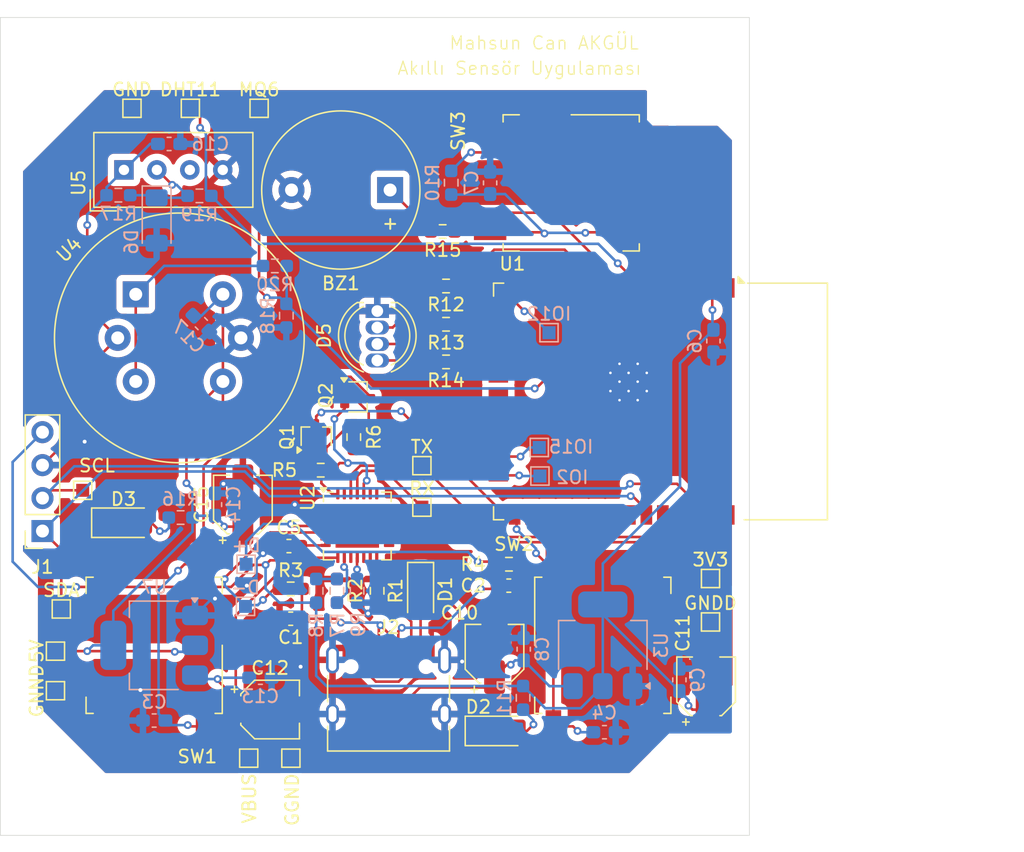
<source format=kicad_pcb>
(kicad_pcb (version 20241229) (generator "pcbnew") (generator_version "9.0")
  (layers (0 "F.Cu" signal) (2 "B.Cu" signal) (13 "F.Paste" user) (15 "B.Paste" user) (5 "F.SilkS" user "F.Silkscreen") (7 "B.SilkS" user "B.Silkscreen") (1 "F.Mask" user) (3 "B.Mask" user) (25 "Edge.Cuts" user))
  (net 0 "")
  (net 1 "Net-(BZ1-+)")
  (net 2 "GND")
  (net 3 "Net-(C1-Pad1)")
  (net 4 "Net-(C2-Pad1)")
  (net 5 "EN")
  (net 6 "IO0")
  (net 7 "+3.3V")
  (net 8 "Net-(SW3-A)")
  (net 9 "VBUS")
  (net 10 "+5V")
  (net 11 "Net-(D1-A)")
  (net 12 "Net-(D2-A)")
  (net 13 "Net-(D3-A)")
  (net 14 "Net-(D6-K)")
  (net 15 "OLED_SDA")
  (net 16 "OLED_SCL")
  (net 17 "Net-(J2-CC1)")
  (net 19 "Net-(J2-CC2)")
  (net 21 "Net-(Q1-B)")
  (net 22 "DTR")
  (net 23 "RTS")
  (net 24 "Net-(Q2-B)")
  (net 25 "D-")
  (net 26 "D+")
  (net 27 "Net-(U2-~{RST})")
  (net 28 "Net-(R7-Pad1)")
  (net 29 "Net-(U2-~{SUSPEND})")
  (net 30 "RED")
  (net 31 "GREEN")
  (net 32 "BLUE")
  (net 33 "BUZZER")
  (net 34 "MQ6")
  (net 35 "DHT11")
  (net 36 "Net-(U4-B1)")
  (net 37 "IO2")
  (net 38 "IO12")
  (net 39 "IO15")
  (net 40 "TX")
  (net 41 "RX")
  (net 78 "Net-(D5-BA)")
  (net 79 "Net-(D5-GA)")
  (net 80 "Net-(D5-RA)")
  (footprint "TestPoint:TestPoint_Pad_1.0x1.0mm" (layer "F.Cu") (at 123.3 108.3)
    (property "Reference" "SCL")
    (property "Value" "TestPoint")
  )
  (footprint "Sensor:Aosong_DHT11_5.5x12.0_P2.54mm" (layer "F.Cu") (at 126.48 83.6 90)
    (property "Reference" "U5")
    (property "Value" "DHT11")
  )
  (footprint "MountingHole:MountingHole_3.2mm_M3" (layer "F.Cu") (at 170.6 131.05 90)
    (property "Reference" "H4" (hide yes))
    (property "Value" "MountingHole")
  )
  (footprint "Connector_PinSocket_2.54mm:PinSocket_1x04_P2.54mm_Vertical" (layer "F.Cu") (at 120.2 111.44 180)
    (property "Reference" "J1")
    (property "Value" "OLED")
  )
  (footprint "Capacitor_SMD:CP_Elec_4x5.3" (layer "F.Cu") (at 171.3625 123.4125 90)
    (property "Reference" "C11")
    (property "Value" "1uF")
  )
  (footprint "Resistor_SMD:R_0603_1608Metric_Pad0.98x0.95mm_HandSolder" (layer "F.Cu") (at 142.9 116.05 -90)
    (property "Reference" "R2")
    (property "Value" "5.1K")
  )
  (footprint "Resistor_SMD:R_0603_1608Metric_Pad0.98x0.95mm_HandSolder" (layer "F.Cu") (at 144.2 104.1975 90)
    (property "Reference" "R6")
    (property "Value" "10K")
  )
  (footprint "TestPoint:TestPoint_Pad_1.0x1.0mm" (layer "F.Cu") (at 149.45 106.4)
    (property "Reference" "TX")
    (property "Value" "TestPoint")
  )
  (footprint "LED_THT:LED_D5.0mm-4_RGB" (layer "F.Cu") (at 146.0125 94.48 -90)
    (property "Reference" "D5")
    (property "Value" "LED_KRGB")
  )
  (footprint "Capacitor_SMD:CP_Elec_4x5.3" (layer "F.Cu") (at 137.75 125.2)
    (property "Reference" "C12")
    (property "Value" "1uF")
  )
  (footprint "Resistor_SMD:R_0603_1608Metric_Pad0.98x0.95mm_HandSolder" (layer "F.Cu") (at 156.1625 114)
    (property "Reference" "R4")
    (property "Value" "27R")
  )
  (footprint "LED_SMD:LED_1206_3216Metric_Pad1.42x1.75mm_HandSolder" (layer "F.Cu") (at 155.25 126.85)
    (property "Reference" "D2")
    (property "Value" "GREEN")
  )
  (footprint "TestPoint:TestPoint_Pad_1.0x1.0mm" (layer "F.Cu") (at 121.65 117.45)
    (property "Reference" "SDA")
    (property "Value" "TestPoint")
  )
  (footprint "Connector_USB:USB_C_Receptacle_HRO_TYPE-C-31-M-12" (layer "F.Cu") (at 146.88 124.5)
    (property "Reference" "J2")
    (property "Value" "USB_C_Receptacle_USB2.0_16P")
  )
  (footprint "MountingHole:MountingHole_3.2mm_M3" (layer "F.Cu") (at 120.8 75.75 90)
    (property "Reference" "H1" (hide yes))
    (property "Value" "MountingHole")
  )
  (footprint "Resistor_SMD:R_0603_1608Metric_Pad0.98x0.95mm_HandSolder" (layer "F.Cu") (at 151.3125 92.55 180)
    (property "Reference" "R12")
    (property "Value" "330R")
  )
  (footprint "TestPoint:TestPoint_Pad_1.0x1.0mm" (layer "F.Cu") (at 171.7 115.1)
    (property "Reference" "3V3")
    (property "Value" "TestPoint")
  )
  (footprint "Capacitor_SMD:C_0603_1608Metric_Pad1.08x0.95mm_HandSolder" (layer "F.Cu") (at 139.3375 118.2 180)
    (property "Reference" "C1")
    (property "Value" "47pF")
  )
  (footprint "Button_Switch_SMD:SW_MEC_5GSH9" (layer "F.Cu") (at 163.3975 120.25)
    (property "Reference" "SW2")
    (property "Value" "SW_MEC_5E")
  )
  (footprint "TestPoint:TestPoint_Pad_1.0x1.0mm" (layer "F.Cu") (at 149.45 109.6)
    (property "Reference" "RX")
    (property "Value" "TestPoint")
  )
  (footprint "TestPoint:TestPoint_Pad_1.0x1.0mm" (layer "F.Cu") (at 136.9 78.85)
    (property "Reference" "MQ6")
    (property "Value" "TestPoint")
  )
  (footprint "Buzzer_Beeper:Buzzer_12x9.5RM7.6" (layer "F.Cu") (at 147 85.15 180)
    (property "Reference" "BZ1")
    (property "Value" "Buzzer")
  )
  (footprint "TestPoint:TestPoint_Pad_1.0x1.0mm" (layer "F.Cu") (at 127.1 78.85)
    (property "Reference" "GND")
    (property "Value" "TestPoint")
  )
  (footprint "TestPoint:TestPoint_Pad_1.0x1.0mm" (layer "F.Cu") (at 121.2 120.7 90)
    (property "Reference" "5V")
    (property "Value" "TestPoint")
  )
  (footprint "Button_Switch_SMD:SW_MEC_5GSH9" (layer "F.Cu") (at 160.96 84.6 -90)
    (property "Reference" "SW3")
    (property "Value" "SW_MEC_5E")
  )
  (footprint "Resistor_SMD:R_0603_1608Metric_Pad0.98x0.95mm_HandSolder" (layer "F.Cu") (at 151.3125 98.4 180)
    (property "Reference" "R14")
    (property "Value" "330R")
  )
  (footprint "TestPoint:TestPoint_Pad_1.0x1.0mm" (layer "F.Cu") (at 121.2 123.75 90)
    (property "Reference" "GNND")
    (property "Value" "TestPoint")
  )
  (footprint "Capacitor_SMD:C_0603_1608Metric_Pad1.08x0.95mm_HandSolder" (layer "F.Cu") (at 139.2 112.6)
    (property "Reference" "C5")
    (property "Value" "100nF")
  )
  (footprint "Resistor_SMD:R_0603_1608Metric_Pad0.98x0.95mm_HandSolder" (layer "F.Cu") (at 146 116.05 -90)
    (property "Reference" "R1")
    (property "Value" "5.1K")
  )
  (footprint "Resistor_SMD:R_0603_1608Metric_Pad0.98x0.95mm_HandSolder" (layer "F.Cu") (at 139.3375 115.9)
    (property "Reference" "R3")
    (property "Value" "27R")
  )
  (footprint "TestPoint:TestPoint_Pad_1.0x1.0mm" (layer "F.Cu") (at 136.1 128.95 -90)
    (property "Reference" "VBUS")
    (property "Value" "TestPoint")
  )
  (footprint "Package_DFN_QFN:QFN-28-1EP_5x5mm_P0.5mm_EP3.35x3.35mm" (layer "F.Cu") (at 144.47 111.05)
    (property "Reference" "U2")
    (property "Value" "CP2102N-Axx-xQFN28")
  )
  (footprint "Package_TO_SOT_SMD:SOT-323_SC-70" (layer "F.Cu") (at 141.3025 104.15 90)
    (property "Reference" "Q1")
    (property "Value" "2SC4213")
  )
  (footprint "Sensor:MQ-6" (layer "F.Cu") (at 127.39 93.19)
    (property "Reference" "U4")
    (property "Value" "MQ-6")
  )
  (footprint "LED_SMD:LED_1206_3216Metric_Pad1.42x1.75mm_HandSolder" (layer "F.Cu") (at 126.45 110.8)
    (property "Reference" "D3")
    (property "Value" "BLUE")
  )
  (footprint "Resistor_SMD:R_0603_1608Metric_Pad0.98x0.95mm_HandSolder" (layer "F.Cu") (at 141.6525 106.75)
    (property "Reference" "R5")
    (property "Value" "10K")
  )
  (footprint "MountingHole:MountingHole_3.2mm_M3" (layer "F.Cu") (at 170.6 75.65 90)
    (property "Reference" "H3" (hide yes))
    (property "Value" "MountingHole")
  )
  (footprint "Capacitor_SMD:CP_Elec_4x5.3" (layer "F.Cu") (at 155.05 120.9 90)
    (property "Reference" "C10")
    (property "Value" "1uF")
  )
  (footprint "TestPoint:TestPoint_Pad_1.0x1.0mm" (layer "F.Cu") (at 171.7 118.45)
    (property "Reference" "GNDD")
    (property "Value" "TestPoint")
  )
  (footprint "Button_Switch_SMD:SW_MEC_5GSH9" (layer "F.Cu") (at 128.81 120.25 180)
    (property "Reference" "SW1")
    (property "Value" "SW_MEC_5E")
  )
  (footprint "TestPoint:TestPoint_Pad_1.0x1.0mm" (layer "F.Cu") (at 131.6 78.85)
    (property "Reference" "DHT11")
    (property "Value" "TestPoint")
  )
  (footprint "TestPoint:TestPoint_Pad_1.0x1.0mm" (layer "F.Cu") (at 139.35 128.95 -90)
    (property "Reference" "GGND")
    (property "Value" "TestPoint")
  )
  (footprint "MountingHole:MountingHole_3.2mm_M3" (layer "F.Cu") (at 120.8 131.05 90)
    (property "Reference" "H2" (hide yes))
    (property "Value" "MountingHole")
  )
  (footprint "RF_Module:ESP32-WROOM-32D" (layer "F.Cu") (at 164.855 101.45 -90)
    (property "Reference" "U1")
    (property "Value" "ESP32-WROOM-32D")
  )
  (footprint "Package_TO_SOT_SMD:SOT-323_SC-70" (layer "F.Cu") (at 144.5 101.1)
    (property "Reference" "Q2")
    (property "Value" "2SC4213")
  )
  (footprint "Resistor_SMD:R_0603_1608Metric_Pad0.98x0.95mm_HandSolder" (layer "F.Cu") (at 151.05 88.35 180)
    (property "Reference" "R15")
    (property "Value" "330R")
  )
  (footprint "Diode_SMD:D_SOD-123F" (layer "F.Cu") (at 149.35 116.0725 -90)
    (property "Reference" "D1")
    (property "Value" "MBR1020VL")
  )
  (footprint "Capacitor_SMD:C_0603_1608Metric_Pad1.08x0.95mm_HandSolder" (layer "F.Cu") (at 156.15 115.65)
    (property "Reference" "C2")
    (property "Value" "47pF")
  )
  (footprint "Resistor_SMD:R_0603_1608Metric_Pad0.98x0.95mm_HandSolder" (layer "F.Cu") (at 151.3125 95.5 180)
    (property "Reference" "R13")
    (property "Value" "330R")
  )
  (footprint "Capacitor_SMD:CP_Elec_4x5.3" (layer "F.Cu") (at 135.65 109.4 90)
    (property "Reference" "C15")
    (property "Value" "1uF")
  )
  (footprint "Capacitor_SMD:C_0603_1608Metric_Pad1.08x0.95mm_HandSolder" (layer "B.Cu") (at 169.3 122.9125 90)
    (property "Reference" "C9")
    (property "Value" "100nF")
  )
  (footprint "Resistor_SMD:R_0603_1608Metric_Pad0.98x0.95mm_HandSolder" (layer "B.Cu") (at 138.1125 91)
    (property "Reference" "R20")
    (property "Value" "20K")
  )
  (footprint "Resistor_SMD:R_0603_1608Metric_Pad0.98x0.95mm_HandSolder" (layer "B.Cu") (at 132.3 85.6)
    (property "Reference" "R19")
    (property "Value" "10K")
  )
  (footprint "Capacitor_SMD:C_0603_1608Metric_Pad1.08x0.95mm_HandSolder" (layer "B.Cu") (at 128.81 126.05 180)
    (property "Reference" "C3")
    (property "Value" "100nF")
  )
  (footprint "TestPoint:TestPoint_Pad_1.0x1.0mm" (layer "B.Cu") (at 135.85 117.25 180)
    (property "Reference" "D-")
    (property "Value" "TestPoint")
  )
  (footprint "Resistor_SMD:R_0603_1608Metric_Pad0.98x0.95mm_HandSolder" (layer "B.Cu") (at 157.25 124.3 -90)
    (property "Reference" "R11")
    (property "Value" "330")
  )
  (footprint "Capacitor_SMD:C_0603_1608Metric_Pad1.08x0.95mm_HandSolder" (layer "B.Cu") (at 132.45 95.45 -45)
    (property "Reference" "C17")
    (property "Value" "100nF")
  )
  (footprint "Resistor_SMD:R_0603_1608Metric_Pad0.98x0.95mm_HandSolder" (layer "B.Cu") (at 139 94.8375 -90)
    (property "Reference" "R18")
    (property "Value" "10K")
  )
  (footprint "Resistor_SMD:R_0603_1608Metric_Pad0.98x0.95mm_HandSolder" (layer "B.Cu") (at 142.9 116.05 -90)
    (property "Reference" "R7")
    (property "Value" "1K")
  )
  (footprint "Capacitor_SMD:C_0603_1608Metric_Pad1.08x0.95mm_HandSolder" (layer "B.Cu") (at 154.71 84.6 -90)
    (property "Reference" "C7")
    (property "Value" "100nF")
  )
  (footprint "TestPoint:TestPoint_Pad_1.0x1.0mm" (layer "B.Cu") (at 159.25 96.15 180)
    (property "Reference" "IO12")
    (property "Value" "TestPoint")
  )
  (footprint "Package_TO_SOT_SMD:SOT-223-3_TabPin2" (layer "B.Cu") (at 128.81 120.25 180)
    (property "Reference" "U7")
    (property "Value" "AMS1117-5.0")
  )
  (footprint "Capacitor_SMD:C_0603_1608Metric_Pad1.08x0.95mm_HandSolder" (layer "B.Cu") (at 157.3 120.55 90)
    (property "Reference" "C8")
    (property "Value" "100nF")
  )
  (footprint "Capacitor_SMD:C_0603_1608Metric_Pad1.08x0.95mm_HandSolder" (layer "B.Cu") (at 129.9625 81.6)
    (property "Reference" "C16")
    (property "Value" "100nF")
  )
  (footprint "TestPoint:TestPoint_Pad_1.0x1.0mm" (layer "B.Cu") (at 158.55 107.2 180)
    (property "Reference" "IO2")
    (property "Value" "TestPoint")
  )
  (footprint "Capacitor_SMD:C_0603_1608Metric_Pad1.08x0.95mm_HandSolder" (layer "B.Cu") (at 133.5 109.4 90)
    (property "Reference" "C14")
    (property "Value" "100nF")
  )
  (footprint "Resistor_SMD:R_0603_1608Metric_Pad0.98x0.95mm_HandSolder" (layer "B.Cu") (at 130.85 110.4 180)
    (property "Reference" "R16")
    (property "Value" "330")
  )
  (footprint "Capacitor_SMD:C_0603_1608Metric_Pad1.08x0.95mm_HandSolder" (layer "B.Cu") (at 137 122.75)
    (property "Reference" "C13")
    (property "Value" "100nF")
  )
  (footprint "TestPoint:TestPoint_Pad_1.0x1.0mm" (layer "B.Cu") (at 135.9 114 180)
    (property "Reference" "D+")
    (property "Value" "TestPoint")
  )
  (footprint "Capacitor_SMD:C_0603_1608Metric_Pad1.08x0.95mm_HandSolder" (layer "B.Cu") (at 163.525 126.95)
    (property "Reference" "C4")
    (property "Value" "100nF")
  )
  (footprint "Resistor_SMD:R_0603_1608Metric_Pad0.98x0.95mm_HandSolder" (layer "B.Cu") (at 151.71 84.5875 -90)
    (property "Reference" "R10")
    (property "Value" "10K")
  )
  (footprint "Resistor_SMD:R_0603_1608Metric_Pad0.98x0.95mm_HandSolder" (layer "B.Cu") (at 126.05 85.55)
    (property "Reference" "R17")
    (property "Value" "4.7K")
  )
  (footprint "Package_TO_SOT_SMD:SOT-223-3_TabPin2" (layer "B.Cu") (at 163.3975 120.25 90)
    (property "Reference" "U3")
    (property "Value" "AMS1117-3.3")
  )
  (footprint "Capacitor_SMD:C_0603_1608Metric_Pad1.08x0.95mm_HandSolder" (layer "B.Cu") (at 171.925 96.79 -90)
    (property "Reference" "C6")
    (property "Value" "100nF")
  )
  (footprint "Diode_SMD:D_MiniMELF" (layer "B.Cu") (at 129 87.5 -90)
    (property "Reference" "D6")
    (property "Value" "BZV55B3V6")
  )
  (footprint "Resistor_SMD:R_0603_1608Metric_Pad0.98x0.95mm_HandSolder" (layer "B.Cu") (at 141.3 116.05 90)
    (property "Reference" "R8")
    (property "Value" "1K")
  )
  (footprint "TestPoint:TestPoint_Pad_1.0x1.0mm" (layer "B.Cu") (at 158.5 105 180)
    (property "Reference" "IO15")
    (property "Value" "TestPoint")
  )
  (footprint "Resistor_SMD:R_0603_1608Metric_Pad0.98x0.95mm_HandSolder" (layer "B.Cu") (at 144.45 116.05 -90)
    (property "Reference" "R9")
    (property "Value" "10K")
  )
  (gr_rect (start 116.95 71.85) (end 174.7 134.9) (stroke (width 0.05)) (fill no) (layer "Edge.Cuts"))
  (gr_text "Akıllı Sensör Uygulaması" (at 147.5 76.35 0) (layer "F.SilkS") (effects (font (size 1 1) (thickness 0.1)) (justify left bottom)))
  (gr_text "Mahsun Can AKGÜL" (at 151.5 74.4 0) (layer "F.SilkS") (effects (font (size 1 1) (thickness 0.1)) (justify left bottom)))
  (segment (start 150.1375 88.2875) (end 147 85.15) (width 0.2) (layer "F.Cu") (net 1))
  (segment (start 150.1375 88.35) (end 150.1375 88.2875) (width 0.2) (layer "F.Cu") (net 1))
  (segment (start 144.47 111.05) (end 143.97 110.55) (width 0.2) (layer "F.Cu") (net 2))
  (segment (start 142.02 110.55) (end 140.8 110.55) (width 0.2) (layer "F.Cu") (net 2))
  (segment (start 137.75 112.6) (end 137.2 113.15) (width 0.2) (layer "F.Cu") (net 2))
  (segment (start 122.01 104.55) (end 123.45 104.55) (width 0.2) (layer "F.Cu") (net 2))
  (segment (start 135.45 107.8) (end 135.65 107.6) (width 0.2) (layer "F.Cu") (net 2))
  (segment (start 139.55 125.2) (end 139.55 122.45) (width 0.2) (layer "F.Cu") (net 2))
  (segment (start 135.95 115.65) (end 134.95 116.65) (width 0.2) (layer "F.Cu") (net 2))
  (segment (start 151.2 121.37) (end 152.42 121.37) (width 0.2) (layer "F.Cu") (net 2))
  (segment (start 139.55 122.45) (end 140.1 121.9) (width 0.2) (layer "F.Cu") (net 2))
  (segment (start 134.15 107.8) (end 135.45 107.8) (width 0.2) (layer "F.Cu") (net 2))
  (segment (start 138.3375 112.6) (end 137.75 112.6) (width 0.2) (layer "F.Cu") (net 2))
  (segment (start 134.95 116.65) (end 133.5 116.65) (width 0.2) (layer "F.Cu") (net 2))
  (segment (start 140.8 110.55) (end 139.65 109.4) (width 0.2) (layer "F.Cu") (net 2))
  (segment (start 152.42 121.37) (end 152.55 121.5) (width 0.2) (layer "F.Cu") (net 2))
  (segment (start 120.2 106.36) (end 122.01 104.55) (width 0.2) (layer "F.Cu") (net 2))
  (segment (start 143.97 110.55) (end 142.02 110.55) (width 0.2) (layer "F.Cu") (net 2))
  (via (at 137.2 113.15) (size 0.6) (drill 0.3) (layers "F.Cu" "B.Cu") (net 2))
  (via (at 127.75 123.7) (size 0.6) (drill 0.3) (layers "F.Cu" "B.Cu") (net 2))
  (via (at 152.55 121.5) (size 0.6) (drill 0.3) (layers "F.Cu" "B.Cu") (net 2))
  (via (at 135.95 115.65) (size 0.6) (drill 0.3) (layers "F.Cu" "B.Cu") (net 2))
  (via (at 133.5 116.65) (size 0.6) (drill 0.3) (layers "F.Cu" "B.Cu") (net 2))
  (via (at 134.15 107.8) (size 0.6) (drill 0.3) (layers "F.Cu" "B.Cu") (net 2))
  (via (at 123.45 104.55) (size 0.6) (drill 0.3) (layers "F.Cu" "B.Cu") (net 2))
  (via (at 145.3 117.8) (size 0.6) (drill 0.3) (layers "F.Cu" "B.Cu") (net 2))
  (via (at 140.1 121.9) (size 0.6) (drill 0.3) (layers "F.Cu" "B.Cu") (net 2))
  (via (at 139.65 109.4) (size 0.6) (drill 0.3) (layers "F.Cu" "B.Cu") (net 2))
  (segment (start 136.701 113.649) (end 136.701 114.899) (width 0.2) (layer "B.Cu") (net 2))
  (segment (start 133.5 116.65) (end 133.26 116.65) (width 0.2) (layer "B.Cu") (net 2))
  (segment (start 144.45 116.9625) (end 144.4625 116.9625) (width 0.2) (layer "B.Cu") (net 2))
  (segment (start 144.4625 116.9625) (end 145.3 117.8) (width 0.2) (layer "B.Cu") (net 2))
  (segment (start 133.26 116.65) (end 131.96 117.95) (width 0.2) (layer "B.Cu") (net 2))
  (segment (start 137.2 113.15) (end 136.701 113.649) (width 0.2) (layer "B.Cu") (net 2))
  (segment (start 133.5 108.45) (end 134.15 107.8) (width 0.2) (layer "B.Cu") (net 2))
  (segment (start 133.5 108.5375) (end 133.5 108.45) (width 0.2) (layer "B.Cu") (net 2))
  (segment (start 136.701 114.899) (end 135.95 115.65) (width 0.2) (layer "B.Cu") (net 2))
  (segment (start 140.2 115.95) (end 140.25 115.9) (width 0.2) (layer "F.Cu") (net 3))
  (segment (start 140.2 118.2) (end 142.9 118.2) (width 0.2) (layer "F.Cu") (net 3))
  (segment (start 146.13 118.82) (end 146.25 118.7) (width 0.2) (layer "F.Cu") (net 3))
  (segment (start 147.13 119.58) (end 147.13 120.455) (width 0.2) (layer "F.Cu") (net 3))
  (segment (start 140.2 118.2) (end 140.2 115.95) (width 0.2) (layer "F.Cu") (net 3))
  (segment (start 146.25 118.7) (end 147.13 119.58) (width 0.2) (layer "F.Cu") (net 3))
  (segment (start 142.9 118.2) (end 143.2 118.5) (width 0.2) (layer "F.Cu") (net 3))
  (segment (start 146.13 120.455) (end 146.13 118.82) (width 0.2) (layer "F.Cu") (net 3))
  (via (at 143.2 118.5) (size 0.6) (drill 0.3) (layers "F.Cu" "B.Cu") (net 3))
  (via (at 146.25 118.7) (size 0.6) (drill 0.3) (layers "F.Cu" "B.Cu") (net 3))
  (segment (start 143.2 118.5) (end 146.05 118.5) (width 0.2) (layer "B.Cu") (net 3))
  (segment (start 146.05 118.5) (end 146.25 118.7) (width 0.2) (layer "B.Cu") (net 3))
  (segment (start 155.2875 115.65) (end 156.9375 114) (width 0.2) (layer "F.Cu") (net 4))
  (segment (start 147.63 121.72) (end 147.55 121.8) (width 0.2) (layer "F.Cu") (net 4))
  (segment (start 147.63 119.17) (end 147.9 118.9) (width 0.2) (layer "F.Cu") (net 4))
  (segment (start 147.55 121.8) (end 146.8 121.8) (width 0.2) (layer "F.Cu") (net 4))
  (segment (start 154 115.9) (end 155.0375 115.9) (width 0.2) (layer "F.Cu") (net 4))
  (segment (start 155.0375 115.9) (end 155.2875 115.65) (width 0.2) (layer "F.Cu") (net 4))
  (segment (start 156.9375 114) (end 157.075 114) (width 0.2) (layer "F.Cu") (net 4))
  (segment (start 147.63 120.455) (end 147.63 119.17) (width 0.2) (layer "F.Cu") (net 4))
  (segment (start 146.63 121.63) (end 146.63 120.455) (width 0.2) (layer "F.Cu") (net 4))
  (segment (start 146.8 121.8) (end 146.63 121.63) (width 0.2) (layer "F.Cu") (net 4))
  (segment (start 147.63 120.455) (end 147.63 121.72) (width 0.2) (layer "F.Cu") (net 4))
  (via (at 154 115.9) (size 0.6) (drill 0.3) (layers "F.Cu" "B.Cu") (net 4))
  (via (at 147.9 118.9) (size 0.6) (drill 0.3) (layers "F.Cu" "B.Cu") (net 4))
  (segment (start 147.9 118.9) (end 151 118.9) (width 0.2) (layer "B.Cu") (net 4))
  (segment (start 151 118.9) (end 154 115.9) (width 0.2) (layer "B.Cu") (net 4))
  (segment (start 131.15 114) (end 132.62 114) (width 0.2) (layer "F.Cu") (net 5))
  (segment (start 143.95 99.55) (end 139.5 99.55) (width 0.2) (layer "F.Cu") (net 5))
  (segment (start 145.5 101.1) (end 143.95 99.55) (width 0.2) (layer "F.Cu") (net 5))
  (segment (start 131.5 126.5) (end 131.4 126.4) (width 0.2) (layer "F.Cu") (net 5))
  (segment (start 130.65 114.5) (end 131.15 114) (width 0.2) (layer "F.Cu") (net 5))
  (segment (start 139.5 99.55) (end 132.62 106.43) (width 0.2) (layer "F.Cu") (net 5))
  (segment (start 132.62 126.5) (end 131.5 126.5) (width 0.2) (layer "F.Cu") (net 5))
  (segment (start 132.62 106.43) (end 132.62 114) (width 0.2) (layer "F.Cu") (net 5))
  (via (at 130.65 114.5) (size 0.6) (drill 0.3) (layers "F.Cu" "B.Cu") (net 5))
  (via (at 131.4 126.4) (size 0.6) (drill 0.3) (layers "F.Cu" "B.Cu") (net 5))
  (segment (start 131.4 126.4) (end 130.0225 126.4) (width 0.2) (layer "B.Cu") (net 5))
  (segment (start 129.15 125.5275) (end 129.15 116) (width 0.2) (layer "B.Cu") (net 5))
  (segment (start 130.0225 126.4) (end 129.6725 126.05) (width 0.2) (layer "B.Cu") (net 5))
  (segment (start 129.15 116) (end 130.65 114.5) (width 0.2) (layer "B.Cu") (net 5))
  (segment (start 129.6725 126.05) (end 129.15 125.5275) (width 0.2) (layer "B.Cu") (net 5))
  (segment (start 141.7 102.3) (end 141.6 102.3) (width 0.2) (layer "F.Cu") (net 6))
  (segment (start 156.75 110.355) (end 156.595 110.2) (width 0.2) (layer "F.Cu") (net 6))
  (segment (start 159.5875 126.5) (end 159.5875 114) (width 0.2) (layer "F.Cu") (net 6))
  (segment (start 155.85 110.2) (end 147.85 102.2) (width 0.2) (layer "F.Cu") (net 6))
  (segment (start 156.595 110.2) (end 155.85 110.2) (width 0.2) (layer "F.Cu") (net 6))
  (segment (start 141.3025 102.5975) (end 141.3025 103.15) (width 0.2) (layer "F.Cu") (net 6))
  (segment (start 159.1 114) (end 158.25 113.15) (width 0.2) (layer "F.Cu") (net 6))
  (segment (start 159.5875 114) (end 159.1 114) (width 0.2) (layer "F.Cu") (net 6))
  (segment (start 141.6 102.3) (end 141.3025 102.5975) (width 0.2) (layer "F.Cu") (net 6))
  (segment (start 161.45 126.85) (end 161.1 126.5) (width 0.2) (layer "F.Cu") (net 6))
  (segment (start 156.75 111.3) (end 156.75 110.355) (width 0.2) (layer "F.Cu") (net 6))
  (segment (start 161.1 126.5) (end 159.5875 126.5) (width 0.2) (layer "F.Cu") (net 6))
  (via (at 158.25 113.15) (size 0.6) (drill 0.3) (layers "F.Cu" "B.Cu") (net 6))
  (via (at 141.7 102.3) (size 0.6) (drill 0.3) (layers "F.Cu" "B.Cu") (net 6))
  (via (at 156.75 111.3) (size 0.6) (drill 0.3) (layers "F.Cu" "B.Cu") (net 6))
  (via (at 147.85 102.2) (size 0.6) (drill 0.3) (layers "F.Cu" "B.Cu") (net 6))
  (via (at 161.45 126.85) (size 0.6) (drill 0.3) (layers "F.Cu" "B.Cu") (net 6))
  (segment (start 141.8 102.2) (end 141.7 102.3) (width 0.2) (layer "B.Cu") (net 6))
  (segment (start 161.55 126.95) (end 161.45 126.85) (width 0.2) (layer "B.Cu") (net 6))
  (segment (start 147.85 102.2) (end 141.8 102.2) (width 0.2) (layer "B.Cu") (net 6))
  (segment (start 158.25 112.8) (end 156.75 111.3) (width 0.2) (layer "B.Cu") (net 6))
  (segment (start 162.6625 126.95) (end 161.55 126.95) (width 0.2) (layer "B.Cu") (net 6))
  (segment (start 158.25 113.15) (end 158.25 112.8) (width 0.2) (layer "B.Cu") (net 6))
  (segment (start 171.3625 125.2125) (end 170.3125 125.2125) (width 0.2) (layer "F.Cu") (net 7))
  (segment (start 163.502 82.25) (end 153.25 82.25) (width 0.2) (layer "F.Cu") (net 7))
  (segment (start 170.3125 125.2125) (end 170 124.9) (width 0.2) (layer "F.Cu") (net 7))
  (segment (start 142.02 112.55) (end 142.02 112.05) (width 0.2) (layer "F.Cu") (net 7))
  (segment (start 138.7829 113.7) (end 139.8829 112.6) (width 0.2) (layer "F.Cu") (net 7))
  (segment (start 173.3 123.275) (end 173.3 116.7) (width 0.2) (layer "F.Cu") (net 7))
  (segment (start 171.835 92.7) (end 171.835 90.583) (width 0.2) (layer "F.Cu") (net 7))
  (segment (start 173.3 116.7) (end 171.7 115.1) (width 0.2) (layer "F.Cu") (net 7))
  (segment (start 140.1125 112.55) (end 140.0625 112.6) (width 0.2) (layer "F.Cu") (net 7))
  (segment (start 137.75 113.7) (end 138.7829 113.7) (width 0.2) (layer "F.Cu") (net 7))
  (segment (start 171.835 92.7) (end 171.835 94.385) (width 0.2) (layer "F.Cu") (net 7))
  (segment (start 136.45 114.05) (end 134.75 115.75) (width 0.2) (layer "F.Cu") (net 7))
  (segment (start 171.835 90.583) (end 163.502 82.25) (width 0.2) (layer "F.Cu") (net 7))
  (segment (start 139.8829 112.6) (end 140.0625 112.6) (width 0.2) (layer "F.Cu") (net 7))
  (segment (start 142.02 112.55) (end 140.1125 112.55) (width 0.2) (layer "F.Cu") (net 7))
  (segment (start 137.4 114.05) (end 137.75 113.7) (width 0.2) (layer "F.Cu") (net 7))
  (segment (start 137.4 114.05) (end 136.45 114.05) (width 0.2) (layer "F.Cu") (net 7))
  (segment (start 171.3625 125.2125) (end 173.3 123.275) (width 0.2) (layer "F.Cu") (net 7))
  (segment (start 171.835 94.385) (end 171.85 94.4) (width 0.2) (layer "F.Cu") (net 7))
  (segment (start 134.75 115.75) (end 122.8 115.75) (width 0.2) (layer "F.Cu") (net 7))
  (via (at 171.85 94.4) (size 0.6) (drill 0.3) (layers "F.Cu" "B.Cu") (net 7))
  (via (at 170 124.9) (size 0.6) (drill 0.3) (layers "F.Cu" "B.Cu") (net 7))
  (via (at 137.4 114.05) (size 0.6) (drill 0.3) (layers "F.Cu" "B.Cu") (net 7))
  (via (at 122.8 115.75) (size 0.6) (drill 0.3) (layers "F.Cu" "B.Cu") (net 7))
  (via (at 153.25 82.25) (size 0.6) (drill 0.3) (layers "F.Cu" "B.Cu") (net 7))
  (segment (start 163.3975 123.4) (end 161.6975 125.1) (width 0.2) (layer "B.Cu") (net 7))
  (segment (start 171.85 95.8525) (end 171.925 95.9275) (width 0.2) (layer "B.Cu") (net 7))
  (segment (start 169.35 108) (end 169.35 98.5025) (width 0.2) (layer "B.Cu") (net 7))
  (segment (start 117.9 106.12) (end 120.2 103.82) (width 0.2) (layer "B.Cu") (net 7))
  (segment (start 142.0875 123.3875) (end 141.3 122.6) (width 0.2) (layer "B.Cu") (net 7))
  (segment (start 157.25 123.3875) (end 142.0875 123.3875) (width 0.2) (layer "B.Cu") (net 7))
  (segment (start 158.9625 125.1) (end 157.25 123.3875) (width 0.2) (layer "B.Cu") (net 7))
  (segment (start 163.3975 117.1) (end 163.3975 113.9525) (width 0.2) (layer "B.Cu") (net 7))
  (segment (start 169.35 98.5025) (end 171.925 95.9275) (width 0.2) (layer "B.Cu") (net 7))
  (segment (start 153.25 82.25) (end 153.135 82.25) (width 0.2) (layer "B.Cu") (net 7))
  (segment (start 161.6975 125.1) (end 158.9625 125.1) (width 0.2) (layer "B.Cu") (net 7))
  (segment (start 137.4 115.9) (end 137.4 114.05) (width 0.2) (layer "B.Cu") (net 7))
  (segment (start 141.3 116.9625) (end 138.4625 116.9625) (width 0.2) (layer "B.Cu") (net 7))
  (segment (start 169.3 123.775) (end 163.3975 117.8725) (width 0.2) (layer "B.Cu") (net 7))
  (segment (start 138.4625 116.9625) (end 137.4 115.9) (width 0.2) (layer "B.Cu") (net 7))
  (segment (start 171.85 94.4) (end 171.85 95.8525) (width 0.2) (layer "B.Cu") (net 7))
  (segment (start 163.3975 117.8725) (end 163.3975 117.1) (width 0.2) (layer "B.Cu") (net 7))
  (segment (start 170 124.475) (end 169.3 123.775) (width 0.2) (layer "B.Cu") (net 7))
  (segment (start 119.85 115.75) (end 117.9 113.8) (width 0.2) (layer "B.Cu") (net 7))
  (segment (start 153.135 82.25) (end 151.71 83.675) (width 0.2) (layer "B.Cu") (net 7))
  (segment (start 117.9 113.8) (end 117.9 106.12) (width 0.2) (layer "B.Cu") (net 7))
  (segment (start 163.3975 123.4) (end 163.3975 117.1) (width 0.2) (layer "B.Cu") (net 7))
  (segment (start 163.3975 113.9525) (end 169.35 108) (width 0.2) (layer "B.Cu") (net 7))
  (segment (start 170 124.9) (end 170 124.475) (width 0.2) (layer "B.Cu") (net 7))
  (segment (start 122.8 115.75) (end 119.85 115.75) (width 0.2) (layer "B.Cu") (net 7))
  (segment (start 141.3 122.6) (end 141.3 116.9625) (width 0.2) (layer "B.Cu") (net 7))
  (segment (start 158.9 88.5) (end 158.81 88.41) (width 0.2) (layer "F.Cu") (net 8))
  (segment (start 162.09 88.41) (end 162.05 88.45) (width 0.2) (layer "F.Cu") (net 8))
  (segment (start 158.81 88.41) (end 154.71 88.41) (width 0.2) (layer "F.Cu") (net 8))
  (segment (start 167.21 88.41) (end 162.09 88.41) (width 0.2) (layer "F.Cu") (net 8))
  (segment (start 170.565 92.7) (end 170.565 91.765) (width 0.2) (layer "F.Cu") (net 8))
  (segment (start 170.565 91.765) (end 167.21 88.41) (width 0.2) (layer "F.Cu") (net 8))
  (via (at 162.05 88.45) (size 0.6) (drill 0.3) (layers "F.Cu" "B.Cu") (net 8))
  (via (at 158.9 88.5) (size 0.6) (drill 0.3) (layers "F.Cu" "B.Cu") (net 8))
  (segment (start 158.9 88.5) (end 155.8625 85.4625) (width 0.2) (layer "B.Cu") (net 8))
  (segment (start 162.05 88.45) (end 158.95 88.45) (width 0.2) (layer "B.Cu") (net 8))
  (segment (start 154.71 85.4625) (end 154.4875 85.4625) (width 0.2) (layer "B.Cu") (net 8))
  (segment (start 155.8625 85.4625) (end 154.71 85.4625) (width 0.2) (layer "B.Cu") (net 8))
  (segment (start 154.45 85.5) (end 151.71 85.5) (width 0.2) (layer "B.Cu") (net 8))
  (segment (start 154.4875 85.4625) (end 154.45 85.5) (width 0.2) (layer "B.Cu") (net 8))
  (segment (start 158.95 88.45) (end 158.9 88.5) (width 0.2) (layer "B.Cu") (net 8))
  (segment (start 139.55 113.5) (end 135.1 117.95) (width 0.2) (layer "F.Cu") (net 9))
  (segment (start 135.1 124.35) (end 135.95 125.2) (width 0.2) (layer "F.Cu") (net 9))
  (segment (start 135.1 117.95) (end 135.1 124.35) (width 0.2) (layer "F.Cu") (net 9))
  (segment (start 156 121.75) (end 155.05 122.7) (width 0.2) (layer "F.Cu") (net 9))
  (segment (start 156.3 121.75) (end 156 121.75) (width 0.2) (layer "F.Cu") (net 9))
  (segment (start 149.35 114.6725) (end 152.35 117.6725) (width 0.2) (layer "F.Cu") (net 9))
  (segment (start 136.1 125.35) (end 135.95 125.2) (width 0.2) (layer "F.Cu") (net 9))
  (segment (start 142.97 113.5) (end 139.55 113.5) (width 0.2) (layer "F.Cu") (net 9))
  (segment (start 149.3 123.5) (end 145.8 127) (width 0.2) (layer "F.Cu") (net 9))
  (segment (start 137.6 126.85) (end 135.95 125.2) (width 0.2) (layer "F.Cu") (net 9))
  (segment (start 154.25 123.5) (end 149.3 123.5) (width 0.2) (layer "F.Cu") (net 9))
  (segment (start 137.6 127) (end 137.6 126.85) (width 0.2) (layer "F.Cu") (net 9))
  (segment (start 155.05 122.7) (end 154.25 123.5) (width 0.2) (layer "F.Cu") (net 9))
  (segment (start 133.7 122.95) (end 133.7 122.85) (width 0.2) (layer "F.Cu") (net 9))
  (segment (start 145.8 127) (end 137.6 127) (width 0.2) (layer "F.Cu") (net 9))
  (segment (start 152.35 120) (end 155.05 122.7) (width 0.2) (layer "F.Cu") (net 9))
  (segment (start 136.1 128.95) (end 136.1 125.35) (width 0.2) (layer "F.Cu") (net 9))
  (segment (start 135.95 125.2) (end 133.7 122.95) (width 0.2) (layer "F.Cu") (net 9))
  (segment (start 152.35 117.6725) (end 152.35 120) (width 0.2) (layer "F.Cu") (net 9))
  (via (at 133.7 122.85) (size 0.6) (drill 0.3) (layers "F.Cu" "B.Cu") (net 9))
  (via (at 156.3 121.75) (size 0.6) (drill 0.3) (layers "F.Cu" "B.Cu") (net 9))
  (segment (start 133.7 122.85) (end 132.26 122.85) (width 0.2) (layer "B.Cu") (net 9))
  (segment (start 159.2875 123.4) (end 157.3 121.4125) (width 0.2) (layer "B.Cu") (net 9))
  (segment (start 161.0975 123.4) (end 159.2875 123.4) (width 0.2) (layer "B.Cu") (net 9))
  (segment (start 133.8 122.75) (end 133.7 122.85) (width 0.2) (layer "B.Cu") (net 9))
  (segment (start 136.1375 122.75) (end 133.8 122.75) (width 0.2) (layer "B.Cu") (net 9))
  (segment (start 132.26 122.85) (end 131.96 122.55) (width 0.2) (layer "B.Cu") (net 9))
  (segment (start 157.3 121.4125) (end 156.6375 121.4125) (width 0.2) (layer "B.Cu") (net 9))
  (segment (start 156.6375 121.4125) (end 156.3 121.75) (width 0.2) (layer "B.Cu") (net 9))
  (segment (start 134.11 102.89) (end 134.11 99.91) (width 0.2) (layer "F.Cu") (net 10))
  (segment (start 134.11 99.91) (end 134.11 93.19) (width 0.2) (layer "F.Cu") (net 10))
  (segment (start 131.3 105.7) (end 134.11 102.89) (width 0.2) (layer "F.Cu") (net 10))
  (segment (start 126 96.55) (end 124.85 97.7) (width 0.2) (layer "F.Cu") (net 10))
  (segment (start 131.3 107.75) (end 131.3 105.7) (width 0.2) (layer "F.Cu") (net 10))
  (segment (start 124.85 97.7) (end 124.85 100.95) (width 0.2) (layer "F.Cu") (net 10))
  (segment (start 124.85 100.95) (end 126.7 102.8) (width 0.2) (layer "F.Cu") (net 10))
  (segment (start 135.65 111.2) (end 135.55 111.1) (width 0.2) (layer "F.Cu") (net 10))
  (segment (start 123.65 94.2) (end 123.65 87.85) (width 0.2) (layer "F.Cu") (net 10))
  (segment (start 121.2 120.7) (end 123.65 120.7) (width 0.2) (layer "F.Cu") (net 10))
  (segment (start 126 96.55) (end 123.65 94.2) (width 0.2) (layer "F.Cu") (net 10))
  (segment (start 130.35 120.7) (end 130.4 120.75) (width 0.2) (layer "F.Cu") (net 10))
  (segment (start 126.7 102.8) (end 131.22 102.8) (width 0.2) (layer "F.Cu") (net 10))
  (segment (start 123.65 120.7) (end 130.35 120.7) (width 0.2) (layer "F.Cu") (net 10))
  (segment (start 131.22 102.8) (end 134.11 99.91) (width 0.2) (layer "F.Cu") (net 10))
  (segment (start 135.55 111.1) (end 134.2 111.1) (width 0.2) (layer "F.Cu") (net 10))
  (via (at 123.65 87.85) (size 0.6) (drill 0.3) (layers "F.Cu" "B.Cu") (net 10))
  (via (at 130.4 120.75) (size 0.6) (drill 0.3) (layers "F.Cu" "B.Cu") (net 10))
  (via (at 123.65 120.7) (size 0.6) (drill 0.3) (layers "F.Cu" "B.Cu") (net 10))
  (via (at 134.2 111.1) (size 0.6) (drill 0.3) (layers "F.Cu" "B.Cu") (net 10))
  (via (at 131.3 107.75) (size 0.6) (drill 0.3) (layers "F.Cu" "B.Cu") (net 10))
  (segment (start 123.65 87.85) (end 123.65 87.0375) (width 0.2) (layer "B.Cu") (net 10))
  (segment (start 130.4 120.75) (end 131.46 120.75) (width 0.2) (layer "B.Cu") (net 10))
  (segment (start 125.1375 84.9425) (end 126.48 83.6) (width 0.2) (layer "B.Cu") (net 10))
  (segment (start 131.7625 108.2125) (end 131.3 107.75) (width 0.2) (layer "B.Cu") (net 10))
  (segment (start 123.65 87.0375) (end 125.1375 85.55) (width 0.2) (layer "B.Cu") (net 10))
  (segment (start 131.7625 111.4875) (end 131.7625 110.4) (width 0.2) (layer "B.Cu") (net 10))
  (segment (start 132.45988 94.84012) (end 134.11 93.19) (width 0.2) (layer "B.Cu") (net 10))
  (segment (start 134.2 111.1) (end 134.2 110.9625) (width 0.2) (layer "B.Cu") (net 10))
  (segment (start 131.7625 110.4) (end 131.7625 108.2125) (width 0.2) (layer "B.Cu") (net 10))
  (segment (start 125.66 117.59) (end 131.7625 111.4875) (width 0.2) (layer "B.Cu") (net 10))
  (segment (start 131.46 120.75) (end 131.96 120.25) (width 0.2) (layer "B.Cu") (net 10))
  (segment (start 131.9 110.2625) (end 131.7625 110.4) (width 0.2) (layer "B.Cu") (net 10))
  (segment (start 128.5 81.6) (end 129.1 81.6) (width 0.2) (layer "B.Cu") (net 10))
  (segment (start 124.1 120.25) (end 125.66 120.25) (width 0.2) (layer "B.Cu") (net 10))
  (segment (start 126.5 83.6) (end 128.5 81.6) (width 0.2) (layer "B.Cu") (net 10))
  (segment (start 133.5 110.2625) (end 131.9 110.2625) (width 0.2) (layer "B.Cu") (net 10))
  (segment (start 125.1375 85.55) (end 125.1375 84.9425) (width 0.2) (layer "B.Cu") (net 10))
  (segment (start 123.65 120.7) (end 124.1 120.25) (width 0.2) (layer "B.Cu") (net 10))
  (segment (start 126.48 83.6) (end 126.5 83.6) (width 0.2) (layer "B.Cu") (net 10))
  (segment (start 134.2 110.9625) (end 133.5 110.2625) (width 0.2) (layer "B.Cu") (net 10))
  (segment (start 125.66 120.25) (end 125.66 117.59) (width 0.2) (layer "B.Cu") (net 10))
  (segment (start 131.84012 94.84012) (end 132.45988 94.84012) (width 0.2) (layer "B.Cu") (net 10))
  (segment (start 149.33 119.58) (end 149.35 119.56) (width 0.2) (layer "F.Cu") (net 11))
  (segment (start 145.9 123.05) (end 145.25 122.4) (width 0.2) (layer "F.Cu") (net 11))
  (segment (start 144.43 121.23) (end 144.43 120.455) (width 0.2) (layer "F.Cu") (net 11))
  (segment (start 145.25 122.4) (end 145.25 122.05) (width 0.2) (layer "F.Cu") (net 11))
  (segment (start 145.25 122.05) (end 144.43 121.23) (width 0.2) (layer "F.Cu") (net 11))
  (segment (start 149.33 120.455) (end 149.33 121.38) (width 0.2) (layer "F.Cu") (net 11))
  (segment (start 147.66 123.05) (end 145.9 123.05) (width 0.2) (layer "F.Cu") (net 11))
  (segment (start 149.35 119.56) (end 149.35 117.4725) (width 0.2) (layer "F.Cu") (net 11))
  (segment (start 149.33 120.455) (end 149.33 119.58) (width 0.2) (layer "F.Cu") (net 11))
  (segment (start 149.33 121.38) (end 147.66 123.05) (width 0.2) (layer "F.Cu") (net 11))
  (segment (start 157.55 126.85) (end 158.05 126.35) (width 0.2) (layer "F.Cu") (net 12))
  (segment (start 156.7375 126.85) (end 157.55 126.85) (width 0.2) (layer "F.Cu") (net 12))
  (via (at 158.05 126.35) (size 0.6) (drill 0.3) (layers "F.Cu" "B.Cu") (net 12))
  (segment (start 158.05 126.35) (end 158.05 126.0125) (width 0.2) (layer "B.Cu") (net 12))
  (segment (start 158.05 126.0125) (end 157.25 125.2125) (width 0.2) (layer "B.Cu") (net 12))
  (segment (start 128.6 110.8) (end 129.25 111.45) (width 0.2) (layer "F.Cu") (net 13))
  (segment (start 127.9375 110.8) (end 128.6 110.8) (width 0.2) (layer "F.Cu") (net 13))
  (via (at 129.25 111.45) (size 0.6) (drill 0.3) (layers "F.Cu" "B.Cu") (net 13))
  (segment (start 129.7 111.45) (end 129.95 111.2) (width 0.2) (layer "B.Cu") (net 13))
  (segment (start 129.25 111.45) (end 129.7 111.45) (width 0.2) (layer "B.Cu") (net 13))
  (segment (start 129.95 110.4125) (end 129.9375 110.4) (width 0.2) (layer "B.Cu") (net 13))
  (segment (start 129.95 111.2) (end 129.95 110.4125) (width 0.2) (layer "B.Cu") (net 13))
  (segment (start 129.02 83.6) (end 129.05 83.6) (width 0.2) (layer "F.Cu") (net 14))
  (segment (start 129.05 83.6) (end 130.2 84.75) (width 0.2) (layer "F.Cu") (net 14))
  (via (at 130.2 84.75) (size 0.6) (drill 0.3) (layers "F.Cu" "B.Cu") (net 14))
  (segment (start 128.8 85.55) (end 129 85.75) (width 0.2) (layer "B.Cu") (net 14))
  (segment (start 130.5375 84.75) (end 131.3875 85.6) (width 0.2) (layer "B.Cu") (net 14))
  (segment (start 130.2 84.75) (end 130.5375 84.75) (width 0.2) (layer "B.Cu") (net 14))
  (segment (start 129 85.75) (end 131.2375 85.75) (width 0.2) (layer "B.Cu") (net 14))
  (segment (start 131.2375 85.75) (end 131.3875 85.6) (width 0.2) (layer "B.Cu") (net 14))
  (segment (start 126.9625 85.55) (end 128.8 85.55) (width 0.2) (layer "B.Cu") (net 14))
  (segment (start 121.65 112.89) (end 120.2 111.44) (width 0.2) (layer "F.Cu") (net 15))
  (segment (start 121.65 117.45) (end 121.65 112.89) (width 0.2) (layer "F.Cu") (net 15))
  (segment (start 166.755 109.805) (end 165.7 108.75) (width 0.2) (layer "F.Cu") (net 15))
  (segment (start 166.755 110.2) (end 166.755 109.805) (width 0.2) (layer "F.Cu") (net 15))
  (segment (start 165.7 108.75) (end 165.55 108.75) (width 0.2) (layer "F.Cu") (net 15))
  (via (at 165.55 108.75) (size 0.6) (drill 0.3) (layers "F.Cu" "B.Cu") (net 15))
  (segment (start 165.55 108.75) (end 137.7 108.75) (width 0.2) (layer "B.Cu") (net 15))
  (segment (start 137.7 108.75) (end 135.8 106.85) (width 0.2) (layer "B.Cu") (net 15))
  (segment (start 124.79 106.85) (end 120.2 111.44) (width 0.2) (layer "B.Cu") (net 15))
  (segment (start 135.8 106.85) (end 124.79 106.85) (width 0.2) (layer "B.Cu") (net 15))
  (segment (start 120.8 108.3) (end 120.2 108.9) (width 0.2) (layer "F.Cu") (net 16))
  (segment (start 170.565 109.25) (end 169.115 107.8) (width 0.2) (layer "F.Cu") (net 16))
  (segment (start 169.115 107.8) (end 165.5 107.8) (width 0.2) (layer "F.Cu") (net 16))
  (segment (start 123.3 108.3) (end 120.8 108.3) (width 0.2) (layer "F.Cu") (net 16))
  (segment (start 170.565 110.2) (end 170.565 109.25) (width 0.2) (layer "F.Cu") (net 16))
  (via (at 165.5 107.8) (size 0.6) (drill 0.3) (layers "F.Cu" "B.Cu") (net 16))
  (segment (start 165.5 107.8) (end 165.15 108.15) (width 0.2) (layer "B.Cu") (net 16))
  (segment (start 165.15 108.15) (end 137.6671 108.15) (width 0.2) (layer "B.Cu") (net 16))
  (segment (start 122.651 106.449) (end 120.2 108.9) (width 0.2) (layer "B.Cu") (net 16))
  (segment (start 135.9661 106.449) (end 122.651 106.449) (width 0.2) (layer "B.Cu") (net 16))
  (segment (start 137.6671 108.15) (end 135.9661 106.449) (width 0.2) (layer "B.Cu") (net 16))
  (segment (start 143.1145 116.9625) (end 142.9 116.9625) (width 0.2) (layer "F.Cu") (net 17))
  (segment (start 145.63 119.478) (end 143.1145 116.9625) (width 0.2) (layer "F.Cu") (net 17))
  (segment (start 145.63 120.455) (end 145.63 119.478) (width 0.2) (layer "F.Cu") (net 17))
  (segment (start 147.1625 116.9625) (end 146 116.9625) (width 0.2) (layer "F.Cu") (net 19))
  (segment (start 148.63 120.455) (end 148.63 118.43) (width 0.2) (layer "F.Cu") (net 19))
  (segment (start 148.63 118.43) (end 147.1625 116.9625) (width 0.2) (layer "F.Cu") (net 19))
  (segment (start 140.74 106.75) (end 140.74 105.2375) (width 0.2) (layer "F.Cu") (net 21))
  (segment (start 140.74 105.2375) (end 140.6525 105.15) (width 0.2) (layer "F.Cu") (net 21))
  (segment (start 143.8175 103.285) (end 144.2 103.285) (width 0.2) (layer "F.Cu") (net 22))
  (segment (start 141.9525 105.15) (end 143.8175 103.285) (width 0.2) (layer "F.Cu") (net 22))
  (segment (start 141.7 107.75) (end 141.7 105.4025) (width 0.2) (layer "F.Cu") (net 22))
  (segment (start 142.97 108.6) (end 142.55 108.6) (width 0.2) (layer "F.Cu") (net 22))
  (segment (start 142.55 108.6) (end 141.7 107.75) (width 0.2) (layer "F.Cu") (net 22))
  (segment (start 141.7 105.4025) (end 141.9525 105.15) (width 0.2) (layer "F.Cu") (net 22))
  (segment (start 143.75 106.2) (end 143.115 106.2) (width 0.2) (layer "F.Cu") (net 23))
  (segment (start 143.5 102) (end 142.7 102.8) (width 0.2) (layer "F.Cu") (net 23))
  (segment (start 144.97 107.78) (end 145.2 107.55) (width 0.2) (layer "F.Cu") (net 23))
  (segment (start 144.97 108.6) (end 144.97 107.78) (width 0.2) (layer "F.Cu") (net 23))
  (segment (start 143.5 101.75) (end 143.5 102) (width 0.2) (layer "F.Cu") (net 23))
  (segment (start 143.115 106.2) (end 142.565 106.75) (width 0.2) (layer "F.Cu") (net 23))
  (via (at 143.75 106.2) (size 0.6) (drill 0.3) (layers "F.Cu" "B.Cu") (net 23))
  (via (at 142.7 102.8) (size 0.6) (drill 0.3) (layers "F.Cu" "B.Cu") (net 23))
  (via (at 145.2 107.55) (size 0.6) (drill 0.3) (layers "F.Cu" "B.Cu") (net 23))
  (segment (start 145.2 107.55) (end 145.2 106.4) (width 0.2) (layer "B.Cu") (net 23))
  (segment (start 142.7 105.15) (end 143.75 106.2) (width 0.2) (layer "B.Cu") (net 23))
  (segment (start 142.7 102.8) (end 142.7 105.15) (width 0.2) (layer "B.Cu") (net 23))
  (segment (start 145 106.2) (end 143.75 106.2) (width 0.2) (layer "B.Cu") (net 23))
  (segment (start 145.2 106.4) (end 145 106.2) (width 0.2) (layer "B.Cu") (net 23))
  (segment (start 145.35 104.9) (end 145.14 105.11) (width 0.2) (layer "F.Cu") (net 24))
  (segment (start 145.14 105.11) (end 144.2 105.11) (width 0.2) (layer "F.Cu") (net 24))
  (segment (start 145.35 102.3) (end 145.35 104.9) (width 0.2) (layer "F.Cu") (net 24))
  (segment (start 143.5 100.45) (end 145.35 102.3) (width 0.2) (layer "F.Cu") (net 24))
  (segment (start 138.05 115.9) (end 137.2 116.75) (width 0.2) (layer "F.Cu") (net 25))
  (segment (start 142.02 111.55) (end 137.75 111.55) (width 0.2) (layer "F.Cu") (net 25))
  (segment (start 138.425 115.9) (end 138.05 115.9) (width 0.2) (layer "F.Cu") (net 25))
  (segment (start 137.75 111.55) (end 134.25 115.05) (width 0.2) (layer "F.Cu") (net 25))
  (segment (start 134.25 115.05) (end 134.25 115.15) (width 0.2) (layer "F.Cu") (net 25))
  (via (at 137.2 116.75) (size 0.6) (drill 0.3) (layers "F.Cu" "B.Cu") (net 25))
  (via (at 134.25 115.15) (size 0.6) (drill 0.3) (layers "F.Cu" "B.Cu") (net 25))
  (segment (start 134.25 115.65) (end 135.85 117.25) (width 0.2) (layer "B.Cu") (net 25))
  (segment (start 137.2 116.75) (end 136.8 117.15) (width 0.2) (layer "B.Cu") (net 25))
  (segment (start 135.95 117.15) (end 135.85 117.25) (width 0.2) (layer "B.Cu") (net 25))
  (segment (start 134.25 115.15) (end 134.25 115.65) (width 0.2) (layer "B.Cu") (net 25))
  (segment (start 136.8 117.15) (end 135.95 117.15) (width 0.2) (layer "B.Cu") (net 25))
  (segment (start 139.35 110.9) (end 139.5 111.05) (width 0.2) (layer "F.Cu") (net 26))
  (segment (start 139.5 111.05) (end 142.02 111.05) (width 0.2) (layer "F.Cu") (net 26))
  (segment (start 153.75 113.8) (end 155.05 113.8) (width 0.2) (layer "F.Cu") (net 26))
  (segment (start 155.05 113.8) (end 155.25 114) (width 0.2) (layer "F.Cu") (net 26))
  (via (at 153.75 113.8) (size 0.6) (drill 0.3) (layers "F.Cu" "B.Cu") (net 26))
  (via (at 139.35 110.9) (size 0.6) (drill 0.3) (layers "F.Cu" "B.Cu") (net 26))
  (segment (start 137.25 110.9) (end 139.35 110.9) (width 0.2) (layer "B.Cu") (net 26))
  (segment (start 139.35 110.9) (end 139.65 110.9) (width 0.2) (layer "B.Cu") (net 26))
  (segment (start 135.9 114) (end 135.9 112.25) (width 0.2) (layer "B.Cu") (net 26))
  (segment (start 135.9 112.25) (end 137.25 110.9) (width 0.2) (layer "B.Cu") (net 26))
  (segment (start 139.65 110.9) (end 141.8 113.05) (width 0.2) (layer "B.Cu") (net 26))
  (segment (start 153 113.05) (end 153.75 113.8) (width 0.2) (layer "B.Cu") (net 26))
  (segment (start 141.8 113.05) (end 153 113.05) (width 0.2) (layer "B.Cu") (net 26))
  (segment (start 143.47 113.5) (end 143.47 114.196052) (width 0.2) (layer "F.Cu") (net 27))
  (segment (start 143.47 114.196052) (end 143.450907 114.215145) (width 0.2) (layer "F.Cu") (net 27))
  (via (at 143.450907 114.215145) (size 0.6) (drill 0.3) (layers "F.Cu" "B.Cu") (net 27))
  (segment (start 143.675 116.1875) (end 142.9 116.9625) (width 0.2) (layer "B.Cu") (net 27))
  (segment (start 143.675 114.439238) (end 143.675 116.1875) (width 0.2) (layer "B.Cu") (net 27))
  (segment (start 143.450907 114.215145) (end 143.675 114.439238) (width 0.2) (layer "B.Cu") (net 27))
  (segment (start 141.3 115.1375) (end 142.9 115.1375) (width 0.2) (layer "B.Cu") (net 28))
  (segment (start 144.45 114.4) (end 144.45 113.52) (width 0.2) (layer "F.Cu") (net 29))
  (segment (start 144.45 113.52) (end 144.47 113.5) (width 0.2) (layer "F.Cu") (net 29))
  (via (at 144.45 114.4) (size 0.6) (drill 0.3) (layers "F.Cu" "B.Cu") (net 29))
  (segment (start 144.45 115.1375) (end 144.45 114.4) (width 0.2) (layer "B.Cu") (net 29))
  (segment (start 152.225 92.55) (end 155.025 89.75) (width 0.2) (layer "F.Cu") (net 30))
  (segment (start 161.675 90.975) (end 161.675 92.7) (width 0.2) (layer "F.Cu") (net 30))
  (segment (start 160.45 89.75) (end 161.675 90.975) (width 0.2) (layer "F.Cu") (net 30))
  (segment (start 155.025 89.75) (end 160.45 89.75) (width 0.2) (layer "F.Cu") (net 30))
  (segment (start 155.95 90.2) (end 152.225 93.925) (width 0.2) (layer "F.Cu") (net 31))
  (segment (start 160.405 92.7) (end 160.405 90.955) (width 0.2) (layer "F.Cu") (net 31))
  (segment (start 160.405 90.955) (end 159.65 90.2) (width 0.2) (layer "F.Cu") (net 31))
  (segment (start 152.225 93.925) (end 152.225 95.5) (width 0.2) (layer "F.Cu") (net 31))
  (segment (start 159.65 90.2) (end 155.95 90.2) (width 0.2) (layer "F.Cu") (net 31))
  (segment (start 153.3 97.325) (end 153.3 93.55) (width 0.2) (layer "F.Cu") (net 32))
  (segment (start 153.3 93.55) (end 156.05 90.8) (width 0.2) (layer "F.Cu") (net 32))
  (segment (start 156.05 90.8) (end 158.185 90.8) (width 0.2) (layer "F.Cu") (net 32))
  (segment (start 158.185 90.8) (end 159.135 91.75) (width 0.2) (layer "F.Cu") (net 32))
  (segment (start 159.135 91.75) (end 159.135 92.7) (width 0.2) (layer "F.Cu") (net 32))
  (segment (start 152.225 98.4) (end 153.3 97.325) (width 0.2) (layer "F.Cu") (net 32))
  (segment (start 153.4125 86.9) (end 151.9625 88.35) (width 0.2) (layer "F.Cu") (net 33))
  (segment (start 159.365 86.9) (end 153.4125 86.9) (width 0.2) (layer "F.Cu") (net 33))
  (segment (start 164.215 91.75) (end 159.365 86.9) (width 0.2) (layer "F.Cu") (net 33))
  (segment (start 164.215 92.7) (end 164.215 91.75) (width 0.2) (layer "F.Cu") (net 33))
  (segment (start 158.25 100.45) (end 158.15 100.45) (width 0.2) (layer "F.Cu") (net 34))
  (segment (start 136.9 78.85) (end 136.9 92.85) (width 0.2) (layer "F.Cu") (net 34))
  (segment (start 136.9 92.85) (end 137.5 93.45) (width 0.2) (layer "F.Cu") (net 34))
  (segment (start 162.95 95.75) (end 158.25 100.45) (width 0.2) (layer "F.Cu") (net 34))
  (segment (start 166.755 92.7) (end 166.755 93.65) (width 0.2) (layer "F.Cu") (net 34))
  (segment (start 166.755 93.65) (end 164.655 95.75) (width 0.2) (layer "F.Cu") (net 34))
  (segment (start 164.655 95.75) (end 162.95 95.75) (width 0.2) (layer "F.Cu") (net 34))
  (via (at 137.5 93.45) (size 0.6) (drill 0.3) (layers "F.Cu" "B.Cu") (net 34))
  (via (at 158.15 100.45) (size 0.6) (drill 0.3) (layers "F.Cu" "B.Cu") (net 34))
  (segment (start 138.525 93.45) (end 139 93.925) (width 0.2) (layer "B.Cu") (net 34))
  (segment (start 137.5 93.45) (end 138.525 93.45) (width 0.2) (layer "B.Cu") (net 34))
  (segment (start 139.025 93.9) (end 139 93.925) (width 0.2) (layer "B.Cu") (net 34))
  (segment (start 145.525 100.45) (end 139 93.925) (width 0.2) (layer "B.Cu") (net 34))
  (segment (start 139.025 91) (end 139.025 93.9) (width 0.2) (layer "B.Cu") (net 34))
  (segment (start 158.15 100.45) (end 145.525 100.45) (width 0.2) (layer "B.Cu") (net 34))
  (segment (start 165.485 91.735) (end 164.55 90.8) (width 0.2) (layer "F.Cu") (net 35))
  (segment (start 132.35 79.6) (end 131.6 78.85) (width 0.2) (layer "F.Cu") (net 35))
  (segment (start 132.35 80.35) (end 132.35 79.6) (width 0.2) (layer "F.Cu") (net 35))
  (segment (start 165.485 92.7) (end 165.485 91.735) (width 0.2) (layer "F.Cu") (net 35))
  (via (at 132.35 80.35) (size 0.6) (drill 0.3) (layers "F.Cu" "B.Cu") (net 35))
  (via (at 164.55 90.8) (size 0.6) (drill 0.3) (layers "F.Cu" "B.Cu") (net 35))
  (segment (start 133.2125 85.6) (end 132.8 85.1875) (width 0.2) (layer "B.Cu") (net 35))
  (segment (start 163.05 89.3) (end 136.9125 89.3) (width 0.2) (layer "B.Cu") (net 35))
  (segment (start 132.8 85.1875) (end 132.8 80.8) (width 0.2) (layer "B.Cu") (net 35))
  (segment (start 164.55 90.8) (end 163.05 89.3) (width 0.2) (layer "B.Cu") (net 35))
  (segment (start 136.9125 89.3) (end 133.2125 85.6) (width 0.2) (layer "B.Cu") (net 35))
  (segment (start 132.8 80.8) (end 132.35 80.35) (width 0.2) (layer "B.Cu") (net 35))
  (segment (start 127.39 93.19) (end 127.39 99.91) (width 0.2) (layer "F.Cu") (net 36))
  (segment (start 129.58 91) (end 127.39 93.19) (width 0.2) (layer "B.Cu") (net 36))
  (segment (start 137.2 91) (end 129.58 91) (width 0.2) (layer "B.Cu") (net 36))
  (segment (start 155.365 107.15) (end 155.345 107.17) (width 0.2) (layer "F.Cu") (net 37))
  (segment (start 156.95 107.15) (end 155.365 107.15) (width 0.2) (layer "F.Cu") (net 37))
  (via (at 156.95 107.15) (size 0.6) (drill 0.3) (layers "F.Cu" "B.Cu") (net 37))
  (segment (start 158.55 107.2) (end 157 107.2) (width 0.2) (layer "B.Cu") (net 37))
  (segment (start 157 107.2) (end 156.95 107.15) (width 0.2) (layer "B.Cu") (net 37))
  (segment (start 156.595 93.745) (end 157.35 94.5) (width 0.2) (layer "F.Cu") (net 38))
  (segment (start 156.595 92.7) (end 156.595 93.745) (width 0.2) (layer "F.Cu") (net 38))
  (via (at 157.35 94.5) (size 0.6) (drill 0.3) (layers "F.Cu" "B.Cu") (net 38))
  (segment (start 157.6 94.5) (end 159.25 96.15) (width 0.2) (layer "B.Cu") (net 38))
  (segment (start 157.35 94.5) (end 157.6 94.5) (width 0.2) (layer "B.Cu") (net 38))
  (segment (start 157.05 105.7) (end 155.545 105.7) (width 0.2) (layer "F.Cu") (net 39))
  (segment (start 155.545 105.7) (end 155.345 105.9) (width 0.2) (layer "F.Cu") (net 39))
  (via (at 157.05 105.7) (size 0.6) (drill 0.3) (layers "F.Cu" "B.Cu") (net 39))
  (segment (start 158.5 105) (end 157.75 105) (width 0.2) (layer "B.Cu") (net 39))
  (segment (start 157.75 105) (end 157.05 105.7) (width 0.2) (layer "B.Cu") (net 39))
  (segment (start 168.025 110.732) (end 166.857 111.9) (width 0.2) (layer "F.Cu") (net 40))
  (segment (start 168.025 110.2) (end 168.025 110.732) (width 0.2) (layer "F.Cu") (net 40))
  (segment (start 143.97 108.6) (end 143.97 107.13) (width 0.2) (layer "F.Cu") (net 40))
  (segment (start 144.7 106.4) (end 149.45 106.4) (width 0.2) (layer "F.Cu") (net 40))
  (segment (start 143.97 107.13) (end 144.7 106.4) (width 0.2) (layer "F.Cu") (net 40))
  (segment (start 154.95 111.9) (end 149.45 106.4) (width 0.2) (layer "F.Cu") (net 40))
  (segment (start 166.857 111.9) (end 154.95 111.9) (width 0.2) (layer "F.Cu") (net 40))
  (segment (start 144.47 107.1971) (end 144.8661 106.801) (width 0.2) (layer "F.Cu") (net 41))
  (segment (start 169.295 111.15) (end 168.145 112.3) (width 0.2) (layer "F.Cu") (net 41))
  (segment (start 168.145 112.3) (end 152.15 112.3) (width 0.2) (layer "F.Cu") (net 41))
  (segment (start 169.295 110.2) (end 169.295 111.15) (width 0.2) (layer "F.Cu") (net 41))
  (segment (start 144.8661 106.801) (end 146.651 106.801) (width 0.2) (layer "F.Cu") (net 41))
  (segment (start 152.15 112.3) (end 149.45 109.6) (width 0.2) (layer "F.Cu") (net 41))
  (segment (start 144.47 108.6) (end 144.47 107.1971) (width 0.2) (layer "F.Cu") (net 41))
  (segment (start 146.651 106.801) (end 149.45 109.6) (width 0.2) (layer "F.Cu") (net 41))
  (segment (start 150.29 98.29) (end 150.4 98.4) (width 0.2) (layer "F.Cu") (net 78))
  (segment (start 146.0125 98.29) (end 150.29 98.29) (width 0.2) (layer "F.Cu") (net 78))
  (segment (start 148.88 97.02) (end 150.4 95.5) (width 0.2) (layer "F.Cu") (net 79))
  (segment (start 146.0125 97.02) (end 148.88 97.02) (width 0.2) (layer "F.Cu") (net 79))
  (segment (start 147.2 95.75) (end 150.4 92.55) (width 0.2) (layer "F.Cu") (net 80))
  (segment (start 146.0125 95.75) (end 147.2 95.75) (width 0.2) (layer "F.Cu") (net 80))
  (zone (net 2) (net_name "GND") (layers "F.Cu" "B.Cu") (connect_pads (clearance 0.5)) (min_thickness 0.25) (fill yes (thermal_gap 0.5) (thermal_bridge_width 0.5))
    (polygon (pts (xy 124.95 77.45) (xy 166.75 77.45) (xy 166.8 77.5) (xy 166.8 79.75) (xy 167.25 80.2) (xy 172.25 80.2) (xy 173.35 81.3) (xy 173.35 126.95) (xy 173.25 127.05) (xy 168.5 127.05) (xy 165.45 130.1) (xy 125.05 130.1) (xy 119.85 124.9) (xy 119.85 114.15) (xy 118.7 113) (xy 118.7 83.7)))
  )
)
</source>
